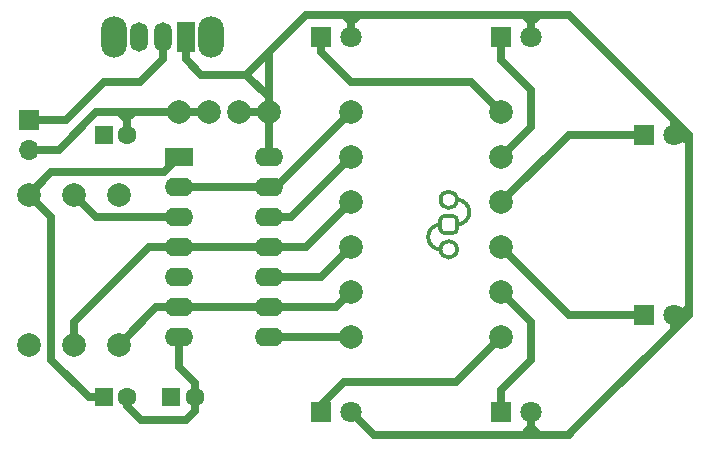
<source format=gbr>
%TF.GenerationSoftware,KiCad,Pcbnew,8.0.3*%
%TF.CreationDate,2025-12-07T16:24:01+01:00*%
%TF.ProjectId,electronic-pcb-luces-led,656c6563-7472-46f6-9e69-632d7063622d,R3*%
%TF.SameCoordinates,PX3072580PY3072580*%
%TF.FileFunction,Copper,L2,Bot*%
%TF.FilePolarity,Positive*%
%FSLAX46Y46*%
G04 Gerber Fmt 4.6, Leading zero omitted, Abs format (unit mm)*
G04 Created by KiCad (PCBNEW 8.0.3) date 2025-12-07 16:24:01*
%MOMM*%
%LPD*%
G01*
G04 APERTURE LIST*
%TA.AperFunction,EtchedComponent*%
%ADD10C,0.300000*%
%TD*%
%TA.AperFunction,ComponentPad*%
%ADD11C,2.000000*%
%TD*%
%TA.AperFunction,ComponentPad*%
%ADD12R,1.600000X1.600000*%
%TD*%
%TA.AperFunction,ComponentPad*%
%ADD13C,1.600000*%
%TD*%
%TA.AperFunction,ComponentPad*%
%ADD14R,1.800000X1.800000*%
%TD*%
%TA.AperFunction,ComponentPad*%
%ADD15C,1.800000*%
%TD*%
%TA.AperFunction,ComponentPad*%
%ADD16R,2.400000X1.600000*%
%TD*%
%TA.AperFunction,ComponentPad*%
%ADD17O,2.400000X1.600000*%
%TD*%
%TA.AperFunction,ComponentPad*%
%ADD18O,2.200000X3.500000*%
%TD*%
%TA.AperFunction,ComponentPad*%
%ADD19R,1.500000X2.500000*%
%TD*%
%TA.AperFunction,ComponentPad*%
%ADD20O,1.500000X2.500000*%
%TD*%
%TA.AperFunction,ComponentPad*%
%ADD21R,1.700000X1.700000*%
%TD*%
%TA.AperFunction,ComponentPad*%
%ADD22O,1.700000X1.700000*%
%TD*%
%TA.AperFunction,Conductor*%
%ADD23C,0.635000*%
%TD*%
G04 APERTURE END LIST*
D10*
%TO.C,Picuino_Logo_B6*%
X37701220Y-20386040D02*
X38498780Y-20386040D01*
X38801040Y-20083780D02*
X38801040Y-19286220D01*
X37398960Y-19286220D02*
X37398960Y-20083780D01*
X38498780Y-18983960D02*
X37701220Y-18983960D01*
X37398960Y-21785580D02*
G75*
G02*
X36349940Y-20736560I1J1049021D01*
G01*
X36347400Y-20736560D02*
G75*
G02*
X37398960Y-19685000I1051561J-1D01*
G01*
X37701220Y-20386040D02*
G75*
G02*
X37398960Y-20083780I0J302260D01*
G01*
X38801040Y-20083780D02*
G75*
G02*
X38498780Y-20386040I-302260J0D01*
G01*
X37398960Y-19286220D02*
G75*
G02*
X37701220Y-18983960I302260J0D01*
G01*
X38498780Y-18983960D02*
G75*
G02*
X38801040Y-19286220I0J-302260D01*
G01*
X39852600Y-18633440D02*
G75*
G02*
X38801040Y-19685000I-1051560J0D01*
G01*
X38801040Y-17584420D02*
G75*
G02*
X39850060Y-18633440I0J-1049020D01*
G01*
X38798500Y-21785580D02*
G75*
G02*
X37401500Y-21785580I-698500J0D01*
G01*
X37401500Y-21785580D02*
G75*
G02*
X38798500Y-21785580I698500J0D01*
G01*
X38798500Y-17584420D02*
G75*
G02*
X37401500Y-17584420I-698500J0D01*
G01*
X37401500Y-17584420D02*
G75*
G02*
X38798500Y-17584420I698500J0D01*
G01*
%TD*%
D11*
%TO.P,R3,1*%
%TO.N,Net-(R1-Pad2)*%
X2540000Y-29845000D03*
%TO.P,R3,2*%
%TO.N,Net-(C1-Pad1)*%
X2540000Y-17145000D03*
%TD*%
%TO.P,R1,1*%
%TO.N,Net-(D1-K)*%
X42545000Y-10160000D03*
%TO.P,R1,2*%
%TO.N,Net-(R1-Pad2)*%
X29845000Y-10160000D03*
%TD*%
%TO.P,R5,1*%
%TO.N,Net-(D4-K)*%
X42545000Y-21590000D03*
%TO.P,R5,2*%
%TO.N,Net-(R5-Pad2)*%
X29845000Y-21590000D03*
%TD*%
%TO.P,R6,1*%
%TO.N,Net-(R4-Pad2)*%
X6350000Y-29845000D03*
%TO.P,R6,2*%
%TO.N,Net-(C2-Pad1)*%
X6350000Y-17145000D03*
%TD*%
%TO.P,R7,1*%
%TO.N,Net-(D5-K)*%
X42545000Y-25400000D03*
%TO.P,R7,2*%
%TO.N,Net-(R7-Pad2)*%
X29845000Y-25400000D03*
%TD*%
%TO.P,R8,1*%
%TO.N,Net-(D6-K)*%
X42545000Y-29210000D03*
%TO.P,R8,2*%
%TO.N,Net-(R8-Pad2)*%
X29845000Y-29210000D03*
%TD*%
%TO.P,R9,1*%
%TO.N,Net-(R7-Pad2)*%
X10160000Y-29845000D03*
%TO.P,R9,2*%
%TO.N,Net-(C3-Pad1)*%
X10160000Y-17145000D03*
%TD*%
%TO.P,R2,1*%
%TO.N,Net-(D2-K)*%
X42545000Y-13970000D03*
%TO.P,R2,2*%
%TO.N,Net-(R2-Pad2)*%
X29845000Y-13970000D03*
%TD*%
%TO.P,R4,1*%
%TO.N,Net-(D3-K)*%
X42545000Y-17780000D03*
%TO.P,R4,2*%
%TO.N,Net-(R4-Pad2)*%
X29845000Y-17780000D03*
%TD*%
D12*
%TO.P,C1,1*%
%TO.N,Net-(C1-Pad1)*%
X8890000Y-34290000D03*
D13*
%TO.P,C1,2*%
%TO.N,GND*%
X10890000Y-34290000D03*
%TD*%
D14*
%TO.P,D1,1,K*%
%TO.N,Net-(D1-K)*%
X27305000Y-3810000D03*
D15*
%TO.P,D1,2,A*%
%TO.N,+BATT*%
X29845000Y-3810000D03*
%TD*%
D14*
%TO.P,D2,1,K*%
%TO.N,Net-(D2-K)*%
X42545000Y-3810000D03*
D15*
%TO.P,D2,2,A*%
%TO.N,+BATT*%
X45085000Y-3810000D03*
%TD*%
D14*
%TO.P,D3,1,K*%
%TO.N,Net-(D3-K)*%
X54610000Y-12065000D03*
D15*
%TO.P,D3,2,A*%
%TO.N,+BATT*%
X57150000Y-12065000D03*
%TD*%
D14*
%TO.P,D4,1,K*%
%TO.N,Net-(D4-K)*%
X54610000Y-27305000D03*
D15*
%TO.P,D4,2,A*%
%TO.N,+BATT*%
X57150000Y-27305000D03*
%TD*%
D14*
%TO.P,D5,1,K*%
%TO.N,Net-(D5-K)*%
X42545000Y-35560000D03*
D15*
%TO.P,D5,2,A*%
%TO.N,+BATT*%
X45085000Y-35560000D03*
%TD*%
D14*
%TO.P,D6,1,K*%
%TO.N,Net-(D6-K)*%
X27305000Y-35560000D03*
D15*
%TO.P,D6,2,A*%
%TO.N,+BATT*%
X29845000Y-35560000D03*
%TD*%
D16*
%TO.P,U1,1*%
%TO.N,Net-(C1-Pad1)*%
X15240000Y-13970000D03*
D17*
%TO.P,U1,2*%
%TO.N,Net-(R1-Pad2)*%
X15240000Y-16510000D03*
%TO.P,U1,3*%
%TO.N,Net-(C2-Pad1)*%
X15240000Y-19050000D03*
%TO.P,U1,4*%
%TO.N,Net-(R4-Pad2)*%
X15240000Y-21590000D03*
%TO.P,U1,5*%
%TO.N,Net-(C3-Pad1)*%
X15240000Y-24130000D03*
%TO.P,U1,6*%
%TO.N,Net-(R7-Pad2)*%
X15240000Y-26670000D03*
%TO.P,U1,7,GND*%
%TO.N,GND*%
X15240000Y-29210000D03*
%TO.P,U1,8*%
%TO.N,Net-(R8-Pad2)*%
X22860000Y-29210000D03*
%TO.P,U1,9*%
%TO.N,Net-(R7-Pad2)*%
X22860000Y-26670000D03*
%TO.P,U1,10*%
%TO.N,Net-(R5-Pad2)*%
X22860000Y-24130000D03*
%TO.P,U1,11*%
%TO.N,Net-(R4-Pad2)*%
X22860000Y-21590000D03*
%TO.P,U1,12*%
%TO.N,Net-(R2-Pad2)*%
X22860000Y-19050000D03*
%TO.P,U1,13*%
%TO.N,Net-(R1-Pad2)*%
X22860000Y-16510000D03*
%TO.P,U1,14,VCC*%
%TO.N,+BATT*%
X22860000Y-13970000D03*
%TD*%
D12*
%TO.P,C2,1*%
%TO.N,Net-(C2-Pad1)*%
X14605000Y-34290000D03*
D13*
%TO.P,C2,2*%
%TO.N,GND*%
X16605000Y-34290000D03*
%TD*%
D18*
%TO.P,SW1,*%
%TO.N,*%
X17975000Y-3810000D03*
X9775000Y-3810000D03*
D19*
%TO.P,SW1,1,A*%
%TO.N,+BATT*%
X15875000Y-3810000D03*
D20*
%TO.P,SW1,2,B*%
%TO.N,Net-(BT1-+)*%
X13875000Y-3810000D03*
%TO.P,SW1,3,C*%
%TO.N,unconnected-(SW1-C-Pad3)*%
X11875000Y-3810000D03*
%TD*%
D21*
%TO.P,BT1,1,+*%
%TO.N,Net-(BT1-+)*%
X2540000Y-10795000D03*
D22*
%TO.P,BT1,2,-*%
%TO.N,GND*%
X2540000Y-13335000D03*
%TD*%
D11*
%TO.P,C4,1*%
%TO.N,+BATT*%
X22860000Y-10160000D03*
X20320000Y-10160000D03*
%TO.P,C4,2*%
%TO.N,GND*%
X17780000Y-10160000D03*
X15240000Y-10160000D03*
%TD*%
D12*
%TO.P,C3,1*%
%TO.N,Net-(C3-Pad1)*%
X8890000Y-12065000D03*
D13*
%TO.P,C3,2*%
%TO.N,GND*%
X10890000Y-12065000D03*
%TD*%
D23*
%TO.N,Net-(C1-Pad1)*%
X4445000Y-31115000D02*
X4445000Y-19050000D01*
X4445000Y-19050000D02*
X2540000Y-17145000D01*
X7620000Y-34290000D02*
X4445000Y-31115000D01*
X8890000Y-34290000D02*
X7620000Y-34290000D01*
X4445000Y-15240000D02*
X13970000Y-15240000D01*
X2540000Y-17145000D02*
X4445000Y-15240000D01*
X13970000Y-15240000D02*
X15240000Y-13970000D01*
%TO.N,Net-(R4-Pad2)*%
X6350000Y-29845000D02*
X6350000Y-27940000D01*
X22860000Y-21590000D02*
X23495000Y-21590000D01*
X15240000Y-21590000D02*
X22860000Y-21590000D01*
X6350000Y-27940000D02*
X12700000Y-21590000D01*
X12700000Y-21590000D02*
X15240000Y-21590000D01*
X26035000Y-21590000D02*
X29845000Y-17780000D01*
X22860000Y-21590000D02*
X26035000Y-21590000D01*
%TO.N,Net-(R2-Pad2)*%
X24765000Y-19050000D02*
X29845000Y-13970000D01*
X22860000Y-19050000D02*
X24765000Y-19050000D01*
%TO.N,Net-(R5-Pad2)*%
X22860000Y-24130000D02*
X27305000Y-24130000D01*
X27305000Y-24130000D02*
X29845000Y-21590000D01*
%TO.N,Net-(R8-Pad2)*%
X29845000Y-29210000D02*
X22860000Y-29210000D01*
%TO.N,Net-(R1-Pad2)*%
X15240000Y-16510000D02*
X22860000Y-16510000D01*
X22860000Y-16510000D02*
X23495000Y-16510000D01*
X23495000Y-16510000D02*
X29845000Y-10160000D01*
%TO.N,Net-(C2-Pad1)*%
X8255000Y-19050000D02*
X6350000Y-17145000D01*
X15240000Y-19050000D02*
X8255000Y-19050000D01*
%TO.N,Net-(R7-Pad2)*%
X15240000Y-26670000D02*
X22860000Y-26670000D01*
X22860000Y-26670000D02*
X28575000Y-26670000D01*
X28575000Y-26670000D02*
X29845000Y-25400000D01*
X13335000Y-26670000D02*
X15240000Y-26670000D01*
X10160000Y-29845000D02*
X13335000Y-26670000D01*
%TO.N,GND*%
X10890000Y-10700000D02*
X11430000Y-10160000D01*
X10700000Y-10700000D02*
X10160000Y-10160000D01*
X12065000Y-36195000D02*
X15875000Y-36195000D01*
X16605000Y-33115000D02*
X15240000Y-31750000D01*
X10160000Y-10160000D02*
X10795000Y-10160000D01*
X11430000Y-10160000D02*
X15360000Y-10160000D01*
X10795000Y-10160000D02*
X11430000Y-10160000D01*
X8255000Y-10160000D02*
X10160000Y-10160000D01*
X15240000Y-31750000D02*
X15240000Y-29210000D01*
X16605000Y-35465000D02*
X16605000Y-34290000D01*
X15875000Y-36195000D02*
X16605000Y-35465000D01*
X10890000Y-35020000D02*
X12065000Y-36195000D01*
X10890000Y-12065000D02*
X10890000Y-10700000D01*
X10890000Y-10700000D02*
X10700000Y-10700000D01*
X10890000Y-10700000D02*
X10890000Y-10255000D01*
X10890000Y-34290000D02*
X10890000Y-35020000D01*
X10890000Y-10255000D02*
X10795000Y-10160000D01*
X16605000Y-34290000D02*
X16605000Y-33115000D01*
X15240000Y-10160000D02*
X17780000Y-10160000D01*
X2540000Y-13335000D02*
X5080000Y-13335000D01*
X5080000Y-13335000D02*
X8255000Y-10160000D01*
%TO.N,+BATT*%
X44450000Y-1905000D02*
X45085000Y-2540000D01*
X45720000Y-1905000D02*
X48260000Y-1905000D01*
X50165000Y-35560000D02*
X57150000Y-28575000D01*
X22860000Y-6985000D02*
X22860000Y-5080000D01*
X48577500Y-37147500D02*
X50165000Y-35560000D01*
X29845000Y-2540000D02*
X29210000Y-1905000D01*
X45720000Y-1905000D02*
X44450000Y-1905000D01*
X45085000Y-2540000D02*
X45720000Y-1905000D01*
X58420000Y-27305000D02*
X58420000Y-26670000D01*
X26035000Y-1905000D02*
X29210000Y-1905000D01*
X57150000Y-28575000D02*
X57150000Y-27305000D01*
X15875000Y-5695000D02*
X17165000Y-6985000D01*
X57150000Y-10795000D02*
X57150000Y-12065000D01*
X29210000Y-1905000D02*
X30480000Y-1905000D01*
X20955000Y-6985000D02*
X22860000Y-8890000D01*
X22860000Y-8890000D02*
X22860000Y-6985000D01*
X22860000Y-10160000D02*
X20320000Y-10160000D01*
X29845000Y-35560000D02*
X31750000Y-37465000D01*
X57785000Y-27305000D02*
X58420000Y-26670000D01*
X15875000Y-3810000D02*
X15875000Y-5695000D01*
X44450000Y-37465000D02*
X45085000Y-37465000D01*
X58420000Y-26670000D02*
X58420000Y-12700000D01*
X57150000Y-12065000D02*
X58420000Y-12065000D01*
X57150000Y-28575000D02*
X58420000Y-27305000D01*
X45085000Y-35560000D02*
X45085000Y-37465000D01*
X58420000Y-12700000D02*
X58420000Y-12065000D01*
X29845000Y-3810000D02*
X29845000Y-2540000D01*
X58420000Y-12065000D02*
X57150000Y-10795000D01*
X45720000Y-37465000D02*
X48260000Y-37465000D01*
X45085000Y-2540000D02*
X45085000Y-3810000D01*
X29845000Y-2540000D02*
X30480000Y-1905000D01*
X45085000Y-36830000D02*
X45720000Y-37465000D01*
X48260000Y-1905000D02*
X57150000Y-10795000D01*
X48260000Y-37465000D02*
X48577500Y-37147500D01*
X57785000Y-12065000D02*
X58420000Y-12700000D01*
X22860000Y-5080000D02*
X26035000Y-1905000D01*
X31750000Y-1905000D02*
X44450000Y-1905000D01*
X30480000Y-1905000D02*
X31750000Y-1905000D01*
X17165000Y-6985000D02*
X20955000Y-6985000D01*
X22860000Y-10160000D02*
X22860000Y-8890000D01*
X22860000Y-13970000D02*
X22860000Y-10160000D01*
X31750000Y-37465000D02*
X44450000Y-37465000D01*
X45085000Y-35560000D02*
X45085000Y-36830000D01*
X45085000Y-36830000D02*
X44450000Y-37465000D01*
X57150000Y-27305000D02*
X57785000Y-27305000D01*
X20955000Y-6985000D02*
X22860000Y-5080000D01*
X58420000Y-27305000D02*
X57150000Y-27305000D01*
X57150000Y-12065000D02*
X57785000Y-12065000D01*
X45085000Y-37465000D02*
X45720000Y-37465000D01*
%TO.N,Net-(D1-K)*%
X27305000Y-5080000D02*
X29845000Y-7620000D01*
X29845000Y-7620000D02*
X40005000Y-7620000D01*
X27305000Y-3810000D02*
X27305000Y-5080000D01*
X40005000Y-7620000D02*
X42545000Y-10160000D01*
%TO.N,Net-(D2-K)*%
X45085000Y-11430000D02*
X45085000Y-8255000D01*
X45085000Y-8255000D02*
X42545000Y-5715000D01*
X42545000Y-5715000D02*
X42545000Y-3810000D01*
X42545000Y-13970000D02*
X45085000Y-11430000D01*
%TO.N,Net-(D3-K)*%
X42545000Y-17780000D02*
X48260000Y-12065000D01*
X48260000Y-12065000D02*
X54610000Y-12065000D01*
%TO.N,Net-(D4-K)*%
X42545000Y-21590000D02*
X48260000Y-27305000D01*
X48260000Y-27305000D02*
X54610000Y-27305000D01*
%TO.N,Net-(D5-K)*%
X45085000Y-31115000D02*
X45085000Y-27940000D01*
X42545000Y-33655000D02*
X45085000Y-31115000D01*
X45085000Y-27940000D02*
X42545000Y-25400000D01*
X42545000Y-35560000D02*
X42545000Y-33655000D01*
%TO.N,Net-(D6-K)*%
X29210000Y-33020000D02*
X38735000Y-33020000D01*
X27305000Y-34925000D02*
X29210000Y-33020000D01*
X38735000Y-33020000D02*
X42545000Y-29210000D01*
X27305000Y-35560000D02*
X27305000Y-34925000D01*
%TO.N,Net-(BT1-+)*%
X11950000Y-7620000D02*
X8890000Y-7620000D01*
X13875000Y-3810000D02*
X13875000Y-5695000D01*
X5715000Y-10795000D02*
X2540000Y-10795000D01*
X13875000Y-5695000D02*
X11950000Y-7620000D01*
X8890000Y-7620000D02*
X5715000Y-10795000D01*
%TD*%
M02*

</source>
